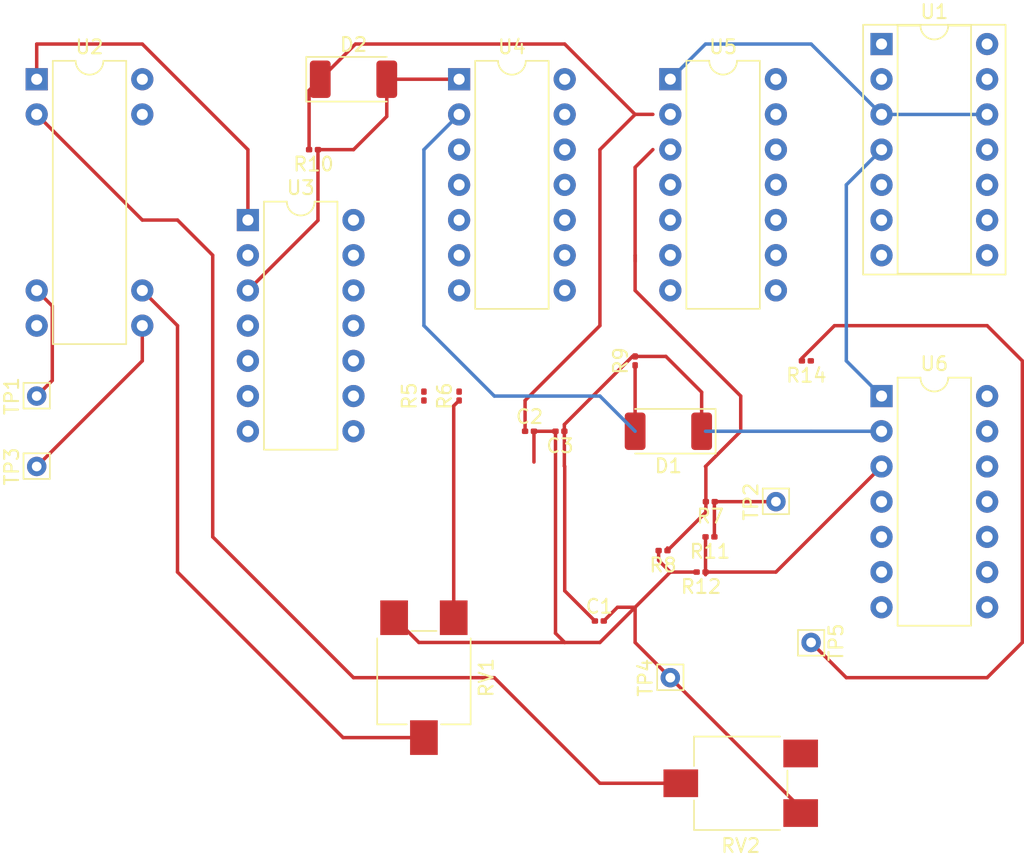
<source format=kicad_pcb>
(kicad_pcb (version 20221018) (generator pcbnew)
  (layers (0 "F.Cu" signal) (31 "B.Cu" signal) (34 "B.Paste" user) (35 "F.Paste" user) (36 "B.SilkS" user "B.Silkscreen") (37 "F.SilkS" user "F.Silkscreen") (38 "B.Mask" user) (39 "F.Mask" user) (44 "Edge.Cuts" user))
  (net 0 "")
  (net 1 "Net-(R5-Pad2)")
  (net 2 "Net-(R11-Pad1)")
  (net 3 "Net-(R6-Pad2)")
  (net 4 "Net-(U2A--)")
  (net 5 "Net-(C1-Pad2)")
  (net 6 "Net-(R14-Pad1)")
  (net 7 "Net-(U2B--)")
  (net 8 "Net-(R14-Pad2)")
  (net 9 "VCC")
  (net 10 "Net-(U5A-+)")
  (net 11 "Net-(D1-A)")
  (net 12 "Net-(D1-K)")
  (net 13 "Net-(D2-A)")
  (net 14 "Net-(D2-K)")
  (net 15 "Net-(U6A-+)")
  (net 16 "Net-(U2A-+)")
  (net 17 "Net-(U2B-+)")
  (net 20 "Net-(U1-CLR-Pad3)")
  (net 21 "Net-(U1-J-Pad4)")
  (footprint "Connector_Pin:Pin_D0.7mm_L6.5mm_W1.8mm_FlatFork" (layer "F.Cu") (at 60.96 60.96 -90)
    (fp_text reference "TP4" (at 0 1.8 -90) (layer "F.SilkS"))
    (fp_text value "TestPoint")
    (fp_line (start -0.95 -0.95) (end -0.95 0.95) (stroke (width 0.12)) (layer "F.SilkS"))
    (fp_line (start -0.95 0.95) (end 0.9 0.95) (stroke (width 0.12)) (layer "F.SilkS"))
    (fp_line (start 0.9 -0.95) (end -0.95 -0.95) (stroke (width 0.12)) (layer "F.SilkS"))
    (fp_line (start 0.9 -0.9) (end 0.9 -0.95) (stroke (width 0.12)) (layer "F.SilkS"))
    (fp_line (start 0.9 0.95) (end 0.9 -0.9) (stroke (width 0.12)) (layer "F.SilkS"))
    (pad "1" thru_hole circle (at 0 0 270) (size 1.4 1.4) (drill 0.7) (layers "*.Cu" "*.Mask") (net 5 "Net-(C1-Pad2)"))
  )
  (footprint "Package_DIP:DIP-14_W7.62mm_Socket" (layer "F.Cu") (at 76.2 15.24)
    (fp_text reference "U1" (at 3.81 -2.33) (layer "F.SilkS"))
    (fp_text value "sn7476n")
    (fp_line (start -1.33 -1.39) (end -1.33 16.63) (stroke (width 0.12)) (layer "F.SilkS"))
    (fp_line (start -1.33 16.63) (end 8.95 16.63) (stroke (width 0.12)) (layer "F.SilkS"))
    (fp_line (start 1.16 -1.33) (end 1.16 16.57) (stroke (width 0.12)) (layer "F.SilkS"))
    (fp_line (start 1.16 16.57) (end 6.46 16.57) (stroke (width 0.12)) (layer "F.SilkS"))
    (fp_line (start 2.81 -1.33) (end 1.16 -1.33) (stroke (width 0.12)) (layer "F.SilkS"))
    (fp_line (start 6.46 -1.33) (end 4.81 -1.33) (stroke (width 0.12)) (layer "F.SilkS"))
    (fp_line (start 6.46 16.57) (end 6.46 -1.33) (stroke (width 0.12)) (layer "F.SilkS"))
    (fp_line (start 8.95 -1.39) (end -1.33 -1.39) (stroke (width 0.12)) (layer "F.SilkS"))
    (fp_line (start 8.95 16.63) (end 8.95 -1.39) (stroke (width 0.12)) (layer "F.SilkS"))
    (fp_arc (start 4.81 -1.33) (mid 3.81 -0.33) (end 2.81 -1.33) (stroke (width 0.12)) (layer "F.SilkS"))
    (pad "1" thru_hole rect (at 0 0) (size 1.6 1.6) (drill 0.8) (layers "*.Cu" "*.Mask"))
    (pad "2" thru_hole oval (at 0 2.54) (size 1.6 1.6) (drill 0.8) (layers "*.Cu" "*.Mask"))
    (pad "3" thru_hole oval (at 0 5.08) (size 1.6 1.6) (drill 0.8) (layers "*.Cu" "*.Mask") (net 20 "Net-(U1-CLR-Pad3)"))
    (pad "4" thru_hole oval (at 0 7.62) (size 1.6 1.6) (drill 0.8) (layers "*.Cu" "*.Mask") (net 21 "Net-(U1-J-Pad4)"))
    (pad "5" thru_hole oval (at 0 10.16) (size 1.6 1.6) (drill 0.8) (layers "*.Cu" "*.Mask") (net 9 "VCC"))
    (pad "6" thru_hole oval (at 0 12.7) (size 1.6 1.6) (drill 0.8) (layers "*.Cu" "*.Mask"))
    (pad "7" thru_hole oval (at 0 15.24) (size 1.6 1.6) (drill 0.8) (layers "*.Cu" "*.Mask"))
    (pad "8" thru_hole oval (at 7.62 15.24) (size 1.6 1.6) (drill 0.8) (layers "*.Cu" "*.Mask"))
    (pad "9" thru_hole oval (at 7.62 12.7) (size 1.6 1.6) (drill 0.8) (layers "*.Cu" "*.Mask"))
    (pad "10" thru_hole oval (at 7.62 10.16) (size 1.6 1.6) (drill 0.8) (layers "*.Cu" "*.Mask"))
    (pad "11" thru_hole oval (at 7.62 7.62) (size 1.6 1.6) (drill 0.8) (layers "*.Cu" "*.Mask"))
    (pad "12" thru_hole oval (at 7.62 5.08) (size 1.6 1.6) (drill 0.8) (layers "*.Cu" "*.Mask") (net 20 "Net-(U1-CLR-Pad3)"))
    (pad "13" thru_hole oval (at 7.62 2.54) (size 1.6 1.6) (drill 0.8) (layers "*.Cu" "*.Mask"))
    (pad "14" thru_hole oval (at 7.62 0) (size 1.6 1.6) (drill 0.8) (layers "*.Cu" "*.Mask"))
  )
  (footprint "Capacitor_SMD:C_0201_0603Metric" (layer "F.Cu") (at 50.8 43.18)
    (fp_text reference "C2" (at 0 -1.05) (layer "F.SilkS"))
    (fp_text value "470uF")
    (pad "1" smd roundrect (at -0.32 0) (size 0.46 0.4) (layers "F.Cu" "F.Mask") (net 14 "Net-(D2-K)"))
    (pad "2" smd roundrect (at 0.32 0) (size 0.46 0.4) (layers "F.Cu" "F.Mask") (net 5 "Net-(C1-Pad2)"))
  )
  (footprint "Potentiometer_SMD:Potentiometer_ACP_CA6-VSMD_Vertical" (layer "F.Cu") (at 43.18 60.96 -90)
    (fp_text reference "RV1" (at 0 -4.5 90) (layer "F.SilkS"))
    (fp_text value "10k")
    (fp_line (start -3.37 -0.909) (end -3.37 0.91) (stroke (width 0.12)) (layer "F.SilkS"))
    (fp_line (start -2.834 -3.371) (end 3.37 -3.371) (stroke (width 0.12)) (layer "F.SilkS"))
    (fp_line (start -2.834 3.37) (end 3.37 3.37) (stroke (width 0.12)) (layer "F.SilkS"))
    (fp_line (start 3.37 -3.371) (end 3.37 -1.24) (stroke (width 0.12)) (layer "F.SilkS"))
    (fp_line (start 3.37 1.24) (end 3.37 3.37) (stroke (width 0.12)) (layer "F.SilkS"))
    (pad "1" smd rect (at -4.325 2.15 270) (size 2.5 2) (layers "F.Cu" "F.Paste" "F.Mask") (net 5 "Net-(C1-Pad2)"))
    (pad "2" smd rect (at 4.325 0 270) (size 2.5 2) (layers "F.Cu" "F.Paste" "F.Mask") (net 7 "Net-(U2B--)"))
    (pad "3" smd rect (at -4.325 -2.15 270) (size 2.5 2) (layers "F.Cu" "F.Paste" "F.Mask") (net 2 "Net-(R11-Pad1)"))
  )
  (footprint "Resistor_SMD:R_0201_0603Metric" (layer "F.Cu") (at 70.775 38.1 180)
    (fp_text reference "R14" (at 0 -1.05) (layer "F.SilkS"))
    (fp_text value "R")
    (pad "1" smd roundrect (at -0.32 0 180) (size 0.46 0.4) (layers "F.Cu" "F.Mask") (net 6 "Net-(R14-Pad1)"))
    (pad "2" smd roundrect (at 0.32 0 180) (size 0.46 0.4) (layers "F.Cu" "F.Mask") (net 8 "Net-(R14-Pad2)"))
  )
  (footprint "Package_DIP:DIP-14_W7.62mm" (layer "F.Cu") (at 30.48 27.94)
    (fp_text reference "U3" (at 3.81 -2.33) (layer "F.SilkS"))
    (fp_text value "4081")
    (fp_line (start 1.16 -1.33) (end 1.16 16.57) (stroke (width 0.12)) (layer "F.SilkS"))
    (fp_line (start 1.16 16.57) (end 6.46 16.57) (stroke (width 0.12)) (layer "F.SilkS"))
    (fp_line (start 2.81 -1.33) (end 1.16 -1.33) (stroke (width 0.12)) (layer "F.SilkS"))
    (fp_line (start 6.46 -1.33) (end 4.81 -1.33) (stroke (width 0.12)) (layer "F.SilkS"))
    (fp_line (start 6.46 16.57) (end 6.46 -1.33) (stroke (width 0.12)) (layer "F.SilkS"))
    (fp_arc (start 4.81 -1.33) (mid 3.81 -0.33) (end 2.81 -1.33) (stroke (width 0.12)) (layer "F.SilkS"))
    (pad "1" thru_hole rect (at 0 0) (size 1.6 1.6) (drill 0.8) (layers "*.Cu" "*.Mask") (net 1 "Net-(R5-Pad2)"))
    (pad "2" thru_hole oval (at 0 2.54) (size 1.6 1.6) (drill 0.8) (layers "*.Cu" "*.Mask") (net 3 "Net-(R6-Pad2)"))
    (pad "3" thru_hole oval (at 0 5.08) (size 1.6 1.6) (drill 0.8) (layers "*.Cu" "*.Mask") (net 13 "Net-(D2-A)"))
    (pad "4" thru_hole oval (at 0 7.62) (size 1.6 1.6) (drill 0.8) (layers "*.Cu" "*.Mask"))
    (pad "5" thru_hole oval (at 0 10.16) (size 1.6 1.6) (drill 0.8) (layers "*.Cu" "*.Mask"))
    (pad "6" thru_hole oval (at 0 12.7) (size 1.6 1.6) (drill 0.8) (layers "*.Cu" "*.Mask"))
    (pad "7" thru_hole oval (at 0 15.24) (size 1.6 1.6) (drill 0.8) (layers "*.Cu" "*.Mask"))
    (pad "8" thru_hole oval (at 7.62 15.24) (size 1.6 1.6) (drill 0.8) (layers "*.Cu" "*.Mask"))
    (pad "9" thru_hole oval (at 7.62 12.7) (size 1.6 1.6) (drill 0.8) (layers "*.Cu" "*.Mask"))
    (pad "10" thru_hole oval (at 7.62 10.16) (size 1.6 1.6) (drill 0.8) (layers "*.Cu" "*.Mask"))
    (pad "11" thru_hole oval (at 7.62 7.62) (size 1.6 1.6) (drill 0.8) (layers "*.Cu" "*.Mask"))
    (pad "12" thru_hole oval (at 7.62 5.08) (size 1.6 1.6) (drill 0.8) (layers "*.Cu" "*.Mask"))
    (pad "13" thru_hole oval (at 7.62 2.54) (size 1.6 1.6) (drill 0.8) (layers "*.Cu" "*.Mask"))
    (pad "14" thru_hole oval (at 7.62 0) (size 1.6 1.6) (drill 0.8) (layers "*.Cu" "*.Mask"))
  )
  (footprint "Resistor_SMD:R_0201_0603Metric" (layer "F.Cu") (at 63.18 53.34 180)
    (fp_text reference "R12" (at 0 -1.05) (layer "F.SilkS"))
    (fp_text value "1k")
    (pad "1" smd roundrect (at -0.32 0 180) (size 0.46 0.4) (layers "F.Cu" "F.Mask") (net 15 "Net-(U6A-+)"))
    (pad "2" smd roundrect (at 0.32 0 180) (size 0.46 0.4) (layers "F.Cu" "F.Mask") (net 5 "Net-(C1-Pad2)"))
  )
  (footprint "Package_DIP:DIP-14_W7.62mm" (layer "F.Cu") (at 45.72 17.78)
    (fp_text reference "U4" (at 3.81 -2.33) (layer "F.SilkS"))
    (fp_text value "74HC04")
    (fp_line (start 1.16 -1.33) (end 1.16 16.57) (stroke (width 0.12)) (layer "F.SilkS"))
    (fp_line (start 1.16 16.57) (end 6.46 16.57) (stroke (width 0.12)) (layer "F.SilkS"))
    (fp_line (start 2.81 -1.33) (end 1.16 -1.33) (stroke (width 0.12)) (layer "F.SilkS"))
    (fp_line (start 6.46 -1.33) (end 4.81 -1.33) (stroke (width 0.12)) (layer "F.SilkS"))
    (fp_line (start 6.46 16.57) (end 6.46 -1.33) (stroke (width 0.12)) (layer "F.SilkS"))
    (fp_arc (start 4.81 -1.33) (mid 3.81 -0.33) (end 2.81 -1.33) (stroke (width 0.12)) (layer "F.SilkS"))
    (pad "1" thru_hole rect (at 0 0) (size 1.6 1.6) (drill 0.8) (layers "*.Cu" "*.Mask") (net 13 "Net-(D2-A)"))
    (pad "2" thru_hole oval (at 0 2.54) (size 1.6 1.6) (drill 0.8) (layers "*.Cu" "*.Mask") (net 11 "Net-(D1-A)"))
    (pad "3" thru_hole oval (at 0 5.08) (size 1.6 1.6) (drill 0.8) (layers "*.Cu" "*.Mask"))
    (pad "4" thru_hole oval (at 0 7.62) (size 1.6 1.6) (drill 0.8) (layers "*.Cu" "*.Mask"))
    (pad "5" thru_hole oval (at 0 10.16) (size 1.6 1.6) (drill 0.8) (layers "*.Cu" "*.Mask"))
    (pad "6" thru_hole oval (at 0 12.7) (size 1.6 1.6) (drill 0.8) (layers "*.Cu" "*.Mask"))
    (pad "7" thru_hole oval (at 0 15.24) (size 1.6 1.6) (drill 0.8) (layers "*.Cu" "*.Mask"))
    (pad "8" thru_hole oval (at 7.62 15.24) (size 1.6 1.6) (drill 0.8) (layers "*.Cu" "*.Mask"))
    (pad "9" thru_hole oval (at 7.62 12.7) (size 1.6 1.6) (drill 0.8) (layers "*.Cu" "*.Mask"))
    (pad "10" thru_hole oval (at 7.62 10.16) (size 1.6 1.6) (drill 0.8) (layers "*.Cu" "*.Mask"))
    (pad "11" thru_hole oval (at 7.62 7.62) (size 1.6 1.6) (drill 0.8) (layers "*.Cu" "*.Mask"))
    (pad "12" thru_hole oval (at 7.62 5.08) (size 1.6 1.6) (drill 0.8) (layers "*.Cu" "*.Mask"))
    (pad "13" thru_hole oval (at 7.62 2.54) (size 1.6 1.6) (drill 0.8) (layers "*.Cu" "*.Mask"))
    (pad "14" thru_hole oval (at 7.62 0) (size 1.6 1.6) (drill 0.8) (layers "*.Cu" "*.Mask"))
  )
  (footprint "Package_DIP:DIP-8-16_W7.62mm" (layer "F.Cu") (at 15.24 17.78)
    (fp_text reference "U2" (at 3.81 -2.33) (layer "F.SilkS"))
    (fp_text value "LM393")
    (fp_line (start 1.16 -1.33) (end 1.16 19.11) (stroke (width 0.12)) (layer "F.SilkS"))
    (fp_line (start 1.16 19.11) (end 6.46 19.11) (stroke (width 0.12)) (layer "F.SilkS"))
    (fp_line (start 2.81 -1.33) (end 1.16 -1.33) (stroke (width 0.12)) (layer "F.SilkS"))
    (fp_line (start 6.46 -1.33) (end 4.81 -1.33) (stroke (width 0.12)) (layer "F.SilkS"))
    (fp_line (start 6.46 19.11) (end 6.46 -1.33) (stroke (width 0.12)) (layer "F.SilkS"))
    (fp_arc (start 4.81 -1.33) (mid 3.81 -0.33) (end 2.81 -1.33) (stroke (width 0.12)) (layer "F.SilkS"))
    (pad "1" thru_hole rect (at 0 0) (size 1.6 1.6) (drill 0.8) (layers "*.Cu" "*.Mask") (net 1 "Net-(R5-Pad2)"))
    (pad "2" thru_hole circle (at 0 2.54) (size 1.6 1.6) (drill 0.8) (layers "*.Cu" "*.Mask") (net 4 "Net-(U2A--)"))
    (pad "3" thru_hole circle (at 0 15.24) (size 1.6 1.6) (drill 0.8) (layers "*.Cu" "*.Mask") (net 16 "Net-(U2A-+)"))
    (pad "4" thru_hole circle (at 0 17.78) (size 1.6 1.6) (drill 0.8) (layers "*.Cu" "*.Mask"))
    (pad "5" thru_hole circle (at 7.62 17.78) (size 1.6 1.6) (drill 0.8) (layers "*.Cu" "*.Mask") (net 17 "Net-(U2B-+)"))
    (pad "6" thru_hole circle (at 7.62 15.24) (size 1.6 1.6) (drill 0.8) (layers "*.Cu" "*.Mask") (net 7 "Net-(U2B--)"))
    (pad "7" thru_hole circle (at 7.62 2.54) (size 1.6 1.6) (drill 0.8) (layers "*.Cu" "*.Mask") (net 3 "Net-(R6-Pad2)"))
    (pad "8" thru_hole circle (at 7.62 0) (size 1.6 1.6) (drill 0.8) (layers "*.Cu" "*.Mask"))
  )
  (footprint "Package_DIP:DIP-14_W7.62mm" (layer "F.Cu") (at 76.2 40.64)
    (fp_text reference "U6" (at 3.81 -2.33) (layer "F.SilkS"))
    (fp_text value "LM324")
    (fp_line (start 1.16 -1.33) (end 1.16 16.57) (stroke (width 0.12)) (layer "F.SilkS"))
    (fp_line (start 1.16 16.57) (end 6.46 16.57) (stroke (width 0.12)) (layer "F.SilkS"))
    (fp_line (start 2.81 -1.33) (end 1.16 -1.33) (stroke (width 0.12)) (layer "F.SilkS"))
    (fp_line (start 6.46 -1.33) (end 4.81 -1.33) (stroke (width 0.12)) (layer "F.SilkS"))
    (fp_line (start 6.46 16.57) (end 6.46 -1.33) (stroke (width 0.12)) (layer "F.SilkS"))
    (fp_arc (start 4.81 -1.33) (mid 3.81 -0.33) (end 2.81 -1.33) (stroke (width 0.12)) (layer "F.SilkS"))
    (pad "1" thru_hole rect (at 0 0) (size 1.6 1.6) (drill 0.8) (layers "*.Cu" "*.Mask") (net 21 "Net-(U1-J-Pad4)"))
    (pad "2" thru_hole oval (at 0 2.54) (size 1.6 1.6) (drill 0.8) (layers "*.Cu" "*.Mask") (net 12 "Net-(D1-K)"))
    (pad "3" thru_hole oval (at 0 5.08) (size 1.6 1.6) (drill 0.8) (layers "*.Cu" "*.Mask") (net 15 "Net-(U6A-+)"))
    (pad "4" thru_hole oval (at 0 7.62) (size 1.6 1.6) (drill 0.8) (layers "*.Cu" "*.Mask"))
    (pad "5" thru_hole oval (at 0 10.16) (size 1.6 1.6) (drill 0.8) (layers "*.Cu" "*.Mask"))
    (pad "6" thru_hole oval (at 0 12.7) (size 1.6 1.6) (drill 0.8) (layers "*.Cu" "*.Mask"))
    (pad "7" thru_hole oval (at 0 15.24) (size 1.6 1.6) (drill 0.8) (layers "*.Cu" "*.Mask"))
    (pad "8" thru_hole oval (at 7.62 15.24) (size 1.6 1.6) (drill 0.8) (layers "*.Cu" "*.Mask"))
    (pad "9" thru_hole oval (at 7.62 12.7) (size 1.6 1.6) (drill 0.8) (layers "*.Cu" "*.Mask"))
    (pad "10" thru_hole oval (at 7.62 10.16) (size 1.6 1.6) (drill 0.8) (layers "*.Cu" "*.Mask"))
    (pad "11" thru_hole oval (at 7.62 7.62) (size 1.6 1.6) (drill 0.8) (layers "*.Cu" "*.Mask"))
    (pad "12" thru_hole oval (at 7.62 5.08) (size 1.6 1.6) (drill 0.8) (layers "*.Cu" "*.Mask"))
    (pad "13" thru_hole oval (at 7.62 2.54) (size 1.6 1.6) (drill 0.8) (layers "*.Cu" "*.Mask"))
    (pad "14" thru_hole oval (at 7.62 0) (size 1.6 1.6) (drill 0.8) (layers "*.Cu" "*.Mask"))
  )
  (footprint "Resistor_SMD:R_0201_0603Metric" (layer "F.Cu") (at 35.215 22.86 180)
    (fp_text reference "R10" (at 0 -1.05) (layer "F.SilkS"))
    (fp_text value "20k")
    (pad "1" smd roundrect (at -0.32 0 180) (size 0.46 0.4) (layers "F.Cu" "F.Mask") (net 13 "Net-(D2-A)"))
    (pad "2" smd roundrect (at 0.32 0 180) (size 0.46 0.4) (layers "F.Cu" "F.Mask") (net 14 "Net-(D2-K)"))
  )
  (footprint "Diode_SMD:D_MELF" (layer "F.Cu") (at 38.1 17.78)
    (fp_text reference "D2" (at 0 -2.5) (layer "F.SilkS"))
    (fp_text value "DIODE")
    (fp_line (start -3.41 -1.61) (end -3.41 1.61) (stroke (width 0.12)) (layer "F.SilkS"))
    (fp_line (start -3.41 1.61) (end 2.4 1.61) (stroke (width 0.12)) (layer "F.SilkS"))
    (fp_line (start 2.4 -1.61) (end -3.41 -1.61) (stroke (width 0.12)) (layer "F.SilkS"))
    (pad "1" smd roundrect (at -2.4 0) (size 1.5 2.7) (layers "F.Cu" "F.Paste" "F.Mask") (roundrect_rratio 0.1666666667) (net 14 "Net-(D2-K)"))
    (pad "2" smd roundrect (at 2.4 0) (size 1.5 2.7) (layers "F.Cu" "F.Paste" "F.Mask") (roundrect_rratio 0.1666666667) (net 13 "Net-(D2-A)"))
  )
  (footprint "Capacitor_SMD:C_0201_0603Metric" (layer "F.Cu") (at 55.838088 56.87)
    (fp_text reference "C1" (at 0 -1.05) (layer "F.SilkS"))
    (fp_text value "47uF")
    (pad "1" smd roundrect (at -0.32 0) (size 0.46 0.4) (layers "F.Cu" "F.Mask") (net 12 "Net-(D1-K)"))
    (pad "2" smd roundrect (at 0.32 0) (size 0.46 0.4) (layers "F.Cu" "F.Mask") (net 5 "Net-(C1-Pad2)"))
  )
  (footprint "Connector_Pin:Pin_D0.7mm_L6.5mm_W1.8mm_FlatFork" (layer "F.Cu") (at 15.24 40.64 -90)
    (fp_text reference "TP1" (at 0 1.8 -90) (layer "F.SilkS"))
    (fp_text value "TestPoint")
    (fp_line (start -0.95 -0.95) (end -0.95 0.95) (stroke (width 0.12)) (layer "F.SilkS"))
    (fp_line (start -0.95 0.95) (end 0.9 0.95) (stroke (width 0.12)) (layer "F.SilkS"))
    (fp_line (start 0.9 -0.95) (end -0.95 -0.95) (stroke (width 0.12)) (layer "F.SilkS"))
    (fp_line (start 0.9 -0.9) (end 0.9 -0.95) (stroke (width 0.12)) (layer "F.SilkS"))
    (fp_line (start 0.9 0.95) (end 0.9 -0.9) (stroke (width 0.12)) (layer "F.SilkS"))
    (pad "1" thru_hole circle (at 0 0 270) (size 1.4 1.4) (drill 0.7) (layers "*.Cu" "*.Mask") (net 16 "Net-(U2A-+)"))
  )
  (footprint "Resistor_SMD:R_0201_0603Metric" (layer "F.Cu") (at 43.18 40.64 90)
    (fp_text reference "R5" (at 0 -1.05 90) (layer "F.SilkS"))
    (fp_text value "10k")
    (pad "1" smd roundrect (at -0.32 0 90) (size 0.46 0.4) (layers "F.Cu" "F.Mask") (net 9 "VCC"))
    (pad "2" smd roundrect (at 0.32 0 90) (size 0.46 0.4) (layers "F.Cu" "F.Mask") (net 1 "Net-(R5-Pad2)"))
  )
  (footprint "Capacitor_SMD:C_0201_0603Metric" (layer "F.Cu") (at 52.995 43.18 180)
    (fp_text reference "C3" (at 0 -1.05) (layer "F.SilkS"))
    (fp_text value "47uF")
    (pad "1" smd roundrect (at -0.32 0 180) (size 0.46 0.4) (layers "F.Cu" "F.Mask") (net 12 "Net-(D1-K)"))
    (pad "2" smd roundrect (at 0.32 0 180) (size 0.46 0.4) (layers "F.Cu" "F.Mask") (net 5 "Net-(C1-Pad2)"))
  )
  (footprint "Diode_SMD:D_MELF" (layer "F.Cu") (at 60.82 43.18 180)
    (fp_text reference "D1" (at 0 -2.5) (layer "F.SilkS"))
    (fp_text value "DIODE")
    (fp_line (start -3.41 -1.61) (end -3.41 1.61) (stroke (width 0.12)) (layer "F.SilkS"))
    (fp_line (start -3.41 1.61) (end 2.4 1.61) (stroke (width 0.12)) (layer "F.SilkS"))
    (fp_line (start 2.4 -1.61) (end -3.41 -1.61) (stroke (width 0.12)) (layer "F.SilkS"))
    (pad "1" smd roundrect (at -2.4 0 180) (size 1.5 2.7) (layers "F.Cu" "F.Paste" "F.Mask") (roundrect_rratio 0.1666666667) (net 12 "Net-(D1-K)"))
    (pad "2" smd roundrect (at 2.4 0 180) (size 1.5 2.7) (layers "F.Cu" "F.Paste" "F.Mask") (roundrect_rratio 0.1666666667) (net 11 "Net-(D1-A)"))
  )
  (footprint "Potentiometer_SMD:Potentiometer_ACP_CA6-VSMD_Vertical" (layer "F.Cu") (at 66.04 68.58 180)
    (fp_text reference "RV2" (at 0 -4.5) (layer "F.SilkS"))
    (fp_text value "10k")
    (fp_line (start -3.37 -0.909) (end -3.37 0.91) (stroke (width 0.12)) (layer "F.SilkS"))
    (fp_line (start -2.834 -3.371) (end 3.37 -3.371) (stroke (width 0.12)) (layer "F.SilkS"))
    (fp_line (start -2.834 3.37) (end 3.37 3.37) (stroke (width 0.12)) (layer "F.SilkS"))
    (fp_line (start 3.37 -3.371) (end 3.37 -1.24) (stroke (width 0.12)) (layer "F.SilkS"))
    (fp_line (start 3.37 1.24) (end 3.37 3.37) (stroke (width 0.12)) (layer "F.SilkS"))
    (pad "1" smd rect (at -4.325 2.15 180) (size 2.5 2) (layers "F.Cu" "F.Paste" "F.Mask") (net 9 "VCC"))
    (pad "2" smd rect (at 4.325 0 180) (size 2.5 2) (layers "F.Cu" "F.Paste" "F.Mask") (net 4 "Net-(U2A--)"))
    (pad "3" smd rect (at -4.325 -2.15 180) (size 2.5 2) (layers "F.Cu" "F.Paste" "F.Mask") (net 5 "Net-(C1-Pad2)"))
  )
  (footprint "Resistor_SMD:R_0201_0603Metric" (layer "F.Cu") (at 63.82 50.8 180)
    (fp_text reference "R11" (at 0 -1.05) (layer "F.SilkS"))
    (fp_text value "1k")
    (pad "1" smd roundrect (at -0.32 0 180) (size 0.46 0.4) (layers "F.Cu" "F.Mask") (net 2 "Net-(R11-Pad1)"))
    (pad "2" smd roundrect (at 0.32 0 180) (size 0.46 0.4) (layers "F.Cu" "F.Mask") (net 15 "Net-(U6A-+)"))
  )
  (footprint "Connector_Pin:Pin_D0.7mm_L6.5mm_W1.8mm_FlatFork" (layer "F.Cu") (at 68.58 48.26 -90)
    (fp_text reference "TP2" (at 0 1.8 -90) (layer "F.SilkS"))
    (fp_text value "TestPoint")
    (fp_line (start -0.95 -0.95) (end -0.95 0.95) (stroke (width 0.12)) (layer "F.SilkS"))
    (fp_line (start -0.95 0.95) (end 0.9 0.95) (stroke (width 0.12)) (layer "F.SilkS"))
    (fp_line (start 0.9 -0.95) (end -0.95 -0.95) (stroke (width 0.12)) (layer "F.SilkS"))
    (fp_line (start 0.9 -0.9) (end 0.9 -0.95) (stroke (width 0.12)) (layer "F.SilkS"))
    (fp_line (start 0.9 0.95) (end 0.9 -0.9) (stroke (width 0.12)) (layer "F.SilkS"))
    (pad "1" thru_hole circle (at 0 0 270) (size 1.4 1.4) (drill 0.7) (layers "*.Cu" "*.Mask") (net 2 "Net-(R11-Pad1)"))
  )
  (footprint "Resistor_SMD:R_0201_0603Metric" (layer "F.Cu") (at 58.42 38.1 90)
    (fp_text reference "R9" (at 0 -1.05 90) (layer "F.SilkS"))
    (fp_text value "10k")
    (pad "1" smd roundrect (at -0.32 0 90) (size 0.46 0.4) (layers "F.Cu" "F.Mask") (net 11 "Net-(D1-A)"))
    (pad "2" smd roundrect (at 0.32 0 90) (size 0.46 0.4) (layers "F.Cu" "F.Mask") (net 12 "Net-(D1-K)"))
  )
  (footprint "Connector_Pin:Pin_D0.7mm_L6.5mm_W1.8mm_FlatFork" (layer "F.Cu") (at 15.24 45.72 -90)
    (fp_text reference "TP3" (at 0 1.8 -90) (layer "F.SilkS"))
    (fp_text value "TestPoint")
    (fp_line (start -0.95 -0.95) (end -0.95 0.95) (stroke (width 0.12)) (layer "F.SilkS"))
    (fp_line (start -0.95 0.95) (end 0.9 0.95) (stroke (width 0.12)) (layer "F.SilkS"))
    (fp_line (start 0.9 -0.95) (end -0.95 -0.95) (stroke (width 0.12)) (layer "F.SilkS"))
    (fp_line (start 0.9 -0.9) (end 0.9 -0.95) (stroke (width 0.12)) (layer "F.SilkS"))
    (fp_line (start 0.9 0.95) (end 0.9 -0.9) (stroke (width 0.12)) (layer "F.SilkS"))
    (pad "1" thru_hole circle (at 0 0 270) (size 1.4 1.4) (drill 0.7) (layers "*.Cu" "*.Mask") (net 17 "Net-(U2B-+)"))
  )
  (footprint "Connector_Pin:Pin_D0.7mm_L6.5mm_W1.8mm_FlatFork" (layer "F.Cu") (at 71.12 58.42 90)
    (fp_text reference "TP5" (at 0 1.8 90) (layer "F.SilkS"))
    (fp_text value "TestPoint")
    (fp_line (start -0.95 -0.95) (end -0.95 0.95) (stroke (width 0.12)) (layer "F.SilkS"))
    (fp_line (start -0.95 0.95) (end 0.9 0.95) (stroke (width 0.12)) (layer "F.SilkS"))
    (fp_line (start 0.9 -0.95) (end -0.95 -0.95) (stroke (width 0.12)) (layer "F.SilkS"))
    (fp_line (start 0.9 -0.9) (end 0.9 -0.95) (stroke (width 0.12)) (layer "F.SilkS"))
    (fp_line (start 0.9 0.95) (end 0.9 -0.9) (stroke (width 0.12)) (layer "F.SilkS"))
    (pad "1" thru_hole circle (at 0 0 90) (size 1.4 1.4) (drill 0.7) (layers "*.Cu" "*.Mask") (net 8 "Net-(R14-Pad2)"))
  )
  (footprint "Resistor_SMD:R_0201_0603Metric" (layer "F.Cu") (at 45.72 40.64 90)
    (fp_text reference "R6" (at 0 -1.05 90) (layer "F.SilkS"))
    (fp_text value "10k" hide)
    (pad "1" smd roundrect (at -0.32 0 90) (size 0.46 0.4) (layers "F.Cu" "F.Mask") (net 2 "Net-(R11-Pad1)"))
    (pad "2" smd roundrect (at 0.32 0 90) (size 0.46 0.4) (layers "F.Cu" "F.Mask") (net 3 "Net-(R6-Pad2)"))
  )
  (footprint "Package_DIP:DIP-14_W7.62mm" (layer "F.Cu") (at 60.96 17.775)
    (fp_text reference "U5" (at 3.81 -2.33) (layer "F.SilkS"))
    (fp_text value "LM324")
    (fp_line (start 1.16 -1.33) (end 1.16 16.57) (stroke (width 0.12)) (layer "F.SilkS"))
    (fp_line (start 1.16 16.57) (end 6.46 16.57) (stroke (width 0.12)) (layer "F.SilkS"))
    (fp_line (start 2.81 -1.33) (end 1.16 -1.33) (stroke (width 0.12)) (layer "F.SilkS"))
    (fp_line (start 6.46 -1.33) (end 4.81 -1.33) (stroke (width 0.12)) (layer "F.SilkS"))
    (fp_line (start 6.46 16.57) (end 6.46 -1.33) (stroke (width 0.12)) (layer "F.SilkS"))
    (fp_arc (start 4.81 -1.33) (mid 3.81 -0.33) (end 2.81 -1.33) (stroke (width 0.12)) (layer "F.SilkS"))
    (pad "1" thru_hole rect (at 0 0) (size 1.6 1.6) (drill 0.8) (layers "*.Cu" "*.Mask") (net 20 "Net-(U1-CLR-Pad3)"))
    (pad "2" thru_hole oval (at 0 2.54) (size 1.6 1.6) (drill 0.8) (layers "*.Cu" "*.Mask") (net 14 "Net-(D2-K)"))
    (pad "3" thru_hole oval (at 0 5.08) (size 1.6 1.6) (drill 0.8) (layers "*.Cu" "*.Mask") (net 10 "Net-(U5A-+)"))
    (pad "4" thru_hole oval (at 0 7.62) (size 1.6 1.6) (drill 0.8) (layers "*.Cu" "*.Mask"))
    (pad "5" thru_hole oval (at 0 10.16) (size 1.6 1.6) (drill 0.8) (layers "*.Cu" "*.Mask"))
    (pad "6" thru_hole oval (at 0 12.7) (size 1.6 1.6) (drill 0.8) (layers "*.Cu" "*.Mask"))
    (pad "7" thru_hole oval (at 0 15.24) (size 1.6 1.6) (drill 0.8) (layers "*.Cu" "*.Mask"))
    (pad "8" thru_hole oval (at 7.62 15.24) (size 1.6 1.6) (drill 0.8) (layers "*.Cu" "*.Mask"))
    (pad "9" thru_hole oval (at 7.62 12.7) (size 1.6 1.6) (drill 0.8) (layers "*.Cu" "*.Mask"))
    (pad "10" thru_hole oval (at 7.62 10.16) (size 1.6 1.6) (drill 0.8) (layers "*.Cu" "*.Mask"))
    (pad "11" thru_hole oval (at 7.62 7.62) (size 1.6 1.6) (drill 0.8) (layers "*.Cu" "*.Mask"))
    (pad "12" thru_hole oval (at 7.62 5.08) (size 1.6 1.6) (drill 0.8) (layers "*.Cu" "*.Mask"))
    (pad "13" thru_hole oval (at 7.62 2.54) (size 1.6 1.6) (drill 0.8) (layers "*.Cu" "*.Mask"))
    (pad "14" thru_hole oval (at 7.62 0) (size 1.6 1.6) (drill 0.8) (layers "*.Cu" "*.Mask"))
  )
  (footprint "Resistor_SMD:R_0201_0603Metric" (layer "F.Cu") (at 60.435576 51.79 180)
    (fp_text reference "R8" (at 0 -1.05) (layer "F.SilkS"))
    (fp_text value "1k")
    (pad "1" smd roundrect (at -0.32 0 180) (size 0.46 0.4) (layers "F.Cu" "F.Mask") (net 10 "Net-(U5A-+)"))
    (pad "2" smd roundrect (at 0.32 0 180) (size 0.46 0.4) (layers "F.Cu" "F.Mask") (net 5 "Net-(C1-Pad2)"))
  )
  (footprint "Resistor_SMD:R_0201_0603Metric" (layer "F.Cu") (at 63.845 48.26 180)
    (fp_text reference "R7" (at 0 -1.05) (layer "F.SilkS"))
    (fp_text value "1k")
    (pad "1" smd roundrect (at -0.32 0 180) (size 0.46 0.4) (layers "F.Cu" "F.Mask") (net 2 "Net-(R11-Pad1)"))
    (pad "2" smd roundrect (at 0.32 0 180) (size 0.46 0.4) (layers "F.Cu" "F.Mask") (net 10 "Net-(U5A-+)"))
  )
  (segment (start 30.48 22.86) (end 30.48 27.94) (width 0.25) (layer "F.Cu") (net 1))
  (segment (start 15.24 15.24) (end 22.86 15.24) (width 0.25) (layer "F.Cu") (net 1))
  (segment (start 22.86 15.24) (end 30.48 22.86) (width 0.25) (layer "F.Cu") (net 1))
  (segment (start 15.24 17.78) (end 15.24 15.24) (width 0.25) (layer "F.Cu") (net 1))
  (segment (start 45.33 41.35) (end 45.33 56.635) (width 0.25) (layer "F.Cu") (net 2))
  (segment (start 45.72 40.96) (end 45.33 41.35) (width 0.25) (layer "F.Cu") (net 2))
  (segment (start 64.165 48.26) (end 64.14 48.285) (width 0.25) (layer "F.Cu") (net 2))
  (segment (start 64.14 48.285) (end 64.14 50.8) (width 0.25) (layer "F.Cu") (net 2))
  (segment (start 68.58 48.26) (end 64.165 48.26) (width 0.25) (layer "F.Cu") (net 2))
  (segment (start 27.94 50.8) (end 38.1 60.96) (width 0.25) (layer "F.Cu") (net 4))
  (segment (start 15.24 20.32) (end 22.86 27.94) (width 0.25) (layer "F.Cu") (net 4))
  (segment (start 27.94 30.48) (end 27.94 50.8) (width 0.25) (layer "F.Cu") (net 4))
  (segment (start 38.1 60.96) (end 48.26 60.96) (width 0.25) (layer "F.Cu") (net 4))
  (segment (start 55.88 68.58) (end 61.715 68.58) (width 0.25) (layer "F.Cu") (net 4))
  (segment (start 48.26 60.96) (end 55.88 68.58) (width 0.25) (layer "F.Cu") (net 4))
  (segment (start 22.86 27.94) (end 25.4 27.94) (width 0.25) (layer "F.Cu") (net 4))
  (segment (start 25.4 27.94) (end 27.94 30.48) (width 0.25) (layer "F.Cu") (net 4))
  (segment (start 60.115576 51.79) (end 60.115576 52.495576) (width 0.25) (layer "F.Cu") (net 5))
  (segment (start 58.42 55.88) (end 57.148088 55.88) (width 0.25) (layer "F.Cu") (net 5))
  (segment (start 51.12 43.18) (end 52.675 43.18) (width 0.25) (layer "F.Cu") (net 5))
  (segment (start 60.115576 52.495576) (end 60.96 53.34) (width 0.25) (layer "F.Cu") (net 5))
  (segment (start 55.88 58.42) (end 58.42 55.88) (width 0.25) (layer "F.Cu") (net 5))
  (segment (start 70.365 70.365) (end 70.365 70.73) (width 0.25) (layer "F.Cu") (net 5))
  (segment (start 42.815 58.42) (end 53.34 58.42) (width 0.25) (layer "F.Cu") (net 5))
  (segment (start 57.148088 55.88) (end 56.158088 56.87) (width 0.25) (layer "F.Cu") (net 5))
  (segment (start 41.03 56.635) (end 42.815 58.42) (width 0.25) (layer "F.Cu") (net 5))
  (segment (start 60.96 53.34) (end 58.42 55.88) (width 0.25) (layer "F.Cu") (net 5))
  (segment (start 52.675 57.755) (end 53.34 58.42) (width 0.25) (layer "F.Cu") (net 5))
  (segment (start 52.675 43.18) (end 52.675 57.755) (width 0.25) (layer "F.Cu") (net 5))
  (segment (start 60.96 53.34) (end 62.86 53.34) (width 0.25) (layer "F.Cu") (net 5))
  (segment (start 60.96 60.96) (end 70.365 70.365) (width 0.25) (layer "F.Cu") (net 5))
  (segment (start 51.12 43.18) (end 51.12 45.4) (width 0.25) (layer "F.Cu") (net 5))
  (segment (start 60.96 60.96) (end 58.42 58.42) (width 0.25) (layer "F.Cu") (net 5))
  (segment (start 58.42 58.42) (end 58.42 55.88) (width 0.25) (layer "F.Cu") (net 5))
  (segment (start 53.34 58.42) (end 55.88 58.42) (width 0.25) (layer "F.Cu") (net 5))
  (segment (start 25.4 35.56) (end 22.86 33.02) (width 0.25) (layer "F.Cu") (net 7))
  (segment (start 37.345 65.285) (end 25.4 53.34) (width 0.25) (layer "F.Cu") (net 7))
  (segment (start 43.18 65.285) (end 37.345 65.285) (width 0.25) (layer "F.Cu") (net 7))
  (segment (start 25.4 53.34) (end 25.4 35.56) (width 0.25) (layer "F.Cu") (net 7))
  (segment (start 70.455 37.908959) (end 72.803959 35.56) (width 0.25) (layer "F.Cu") (net 8))
  (segment (start 73.66 60.96) (end 83.82 60.96) (width 0.25) (layer "F.Cu") (net 8))
  (segment (start 86.36 38.1) (end 86.36 58.42) (width 0.25) (layer "F.Cu") (net 8))
  (segment (start 70.455 38.1) (end 70.455 37.908959) (width 0.25) (layer "F.Cu") (net 8))
  (segment (start 71.12 58.42) (end 73.66 60.96) (width 0.25) (layer "F.Cu") (net 8))
  (segment (start 83.82 35.56) (end 86.36 38.1) (width 0.25) (layer "F.Cu") (net 8))
  (segment (start 72.803959 35.56) (end 83.82 35.56) (width 0.25) (layer "F.Cu") (net 8))
  (segment (start 86.36 58.42) (end 83.82 60.96) (width 0.25) (layer "F.Cu") (net 8))
  (segment (start 58.42 30.48) (end 58.42 24.135) (width 0.25) (layer "F.Cu") (net 10))
  (segment (start 58.42 30.93) (end 58.42 30.48) (width 0.25) (layer "F.Cu") (net 10))
  (segment (start 63.525 48.26) (end 63.525 45.745) (width 0.25) (layer "F.Cu") (net 10))
  (segment (start 63.525 45.745) (end 63.5 45.72) (width 0.25) (layer "F.Cu") (net 10))
  (segment (start 63.5 45.72) (end 66.04 43.18) (width 0.25) (layer "F.Cu") (net 10))
  (segment (start 66.04 43.18) (end 66.04 40.64) (width 0.25) (layer "F.Cu") (net 10))
  (segment (start 63.525 48.26) (end 63.525 49.020576) (width 0.25) (layer "F.Cu") (net 10))
  (segment (start 66.04 40.64) (end 60.96 35.56) (width 0.25) (layer "F.Cu") (net 10))
  (segment (start 60.755576 51.598959) (end 60.755576 51.79) (width 0.25) (layer "F.Cu") (net 10))
  (segment (start 58.42 33.02) (end 60.96 35.56) (width 0.25) (layer "F.Cu") (net 10))
  (segment (start 58.42 24.135) (end 59.7 22.855) (width 0.25) (layer "F.Cu") (net 10))
  (segment (start 58.42 30.48) (end 58.42 33.02) (width 0.25) (layer "F.Cu") (net 10))
  (segment (start 63.525 49.020576) (end 60.755576 51.79) (width 0.25) (layer "F.Cu") (net 10))
  (segment (start 58.42 38.42) (end 58.42 43.18) (width 0.25) (layer "F.Cu") (net 11))
  (segment (start 58.445 43.155) (end 58.42 43.18) (width 0.25) (layer "F.Cu") (net 11))
  (segment (start 55.88 40.64) (end 58.42 43.18) (width 0.25) (layer "B.Cu") (net 11))
  (segment (start 48.26 40.64) (end 55.88 40.64) (width 0.25) (layer "B.Cu") (net 11))
  (segment (start 45.72 20.32) (end 43.18 22.86) (width 0.25) (layer "B.Cu") (net 11))
  (segment (start 43.18 35.56) (end 48.26 40.64) (width 0.25) (layer "B.Cu") (net 11))
  (segment (start 43.18 22.86) (end 43.18 35.56) (width 0.25) (layer "B.Cu") (net 11))
  (segment (start 63.22 43.18) (end 63.22 40.36) (width 0.25) (layer "F.Cu") (net 12))
  (segment (start 63.525 43.065) (end 63.64 43.18) (width 0.25) (layer "F.Cu") (net 12))
  (segment (start 53.315 43.18) (end 53.34 43.18) (width 0.25) (layer "F.Cu") (net 12))
  (segment (start 63.22 40.36) (end 60.64 37.78) (width 0.25) (layer "F.Cu") (net 12))
  (segment (start 53.34 45.72) (end 53.34 54.691912) (width 0.25) (layer "F.Cu") (net 12))
  (segment (start 53.315 43.18) (end 53.315 45.695) (width 0.25) (layer "F.Cu") (net 12))
  (segment (start 58.42 37.78) (end 58.228959 37.78) (width 0.25) (layer "F.Cu") (net 12))
  (segment (start 58.228959 37.78) (end 53.315 42.693959) (width 0.25) (layer "F.Cu") (net 12))
  (segment (start 53.315 42.693959) (end 53.315 43.18) (width 0.25) (layer "F.Cu") (net 12))
  (segment (start 53.34 54.691912) (end 55.518088 56.87) (width 0.25) (layer "F.Cu") (net 12))
  (segment (start 53.315 45.695) (end 53.34 45.72) (width 0.25) (layer "F.Cu") (net 12))
  (segment (start 60.64 37.78) (end 58.42 37.78) (width 0.25) (layer "F.Cu") (net 12))
  (segment (start 76.2 43.18) (end 71.12 43.18) (width 0.25) (layer "B.Cu") (net 12))
  (segment (start 71.12 43.18) (end 63.5 43.18) (width 0.25) (layer "B.Cu") (net 12))
  (segment (start 38.1 22.86) (end 40.5 20.46) (width 0.25) (layer "F.Cu") (net 13))
  (segment (start 30.48 33.02) (end 35.535 27.965) (width 0.25) (layer "F.Cu") (net 13))
  (segment (start 40.5 20.46) (end 40.5 17.78) (width 0.25) (layer "F.Cu") (net 13))
  (segment (start 35.535 27.965) (end 35.535 22.86) (width 0.25) (layer "F.Cu") (net 13))
  (segment (start 45.72 17.78) (end 40.5 17.78) (width 0.25) (layer "F.Cu") (net 13))
  (segment (start 38.1 22.86) (end 35.535 22.86) (width 0.25) (layer "F.Cu") (net 13))
  (segment (start 58.425 20.315) (end 59.7 20.315) (width 0.25) (layer "F.Cu") (net 14))
  (segment (start 35.7 17.78) (end 34.895 18.585) (width 0.25) (layer "F.Cu") (net 14))
  (segment (start 58.42 20.32) (end 55.88 22.86) (width 0.25) (layer "F.Cu") (net 14))
  (segment (start 55.88 22.86) (end 55.88 35.56) (width 0.25) (layer "F.Cu") (net 14))
  (segment (start 50.48 40.96) (end 50.48 43.18) (width 0.25) (layer "F.Cu") (net 14))
  (segment (start 58.42 20.32) (end 58.425 20.315) (width 0.25) (layer "F.Cu") (net 14))
  (segment (start 53.34 15.24) (end 58.42 20.32) (width 0.25) (layer "F.Cu") (net 14))
  (segment (start 38.24 15.24) (end 35.7 17.78) (width 0.25) (layer "F.Cu") (net 14))
  (segment (start 55.88 35.56) (end 50.48 40.96) (width 0.25) (layer "F.Cu") (net 14))
  (segment (start 34.895 18.585) (end 34.895 22.86) (width 0.25) (layer "F.Cu") (net 14))
  (segment (start 53.34 15.24) (end 38.24 15.24) (width 0.25) (layer "F.Cu") (net 14))
  (segment (start 76.2 45.72) (end 68.58 53.34) (width 0.25) (layer "F.Cu") (net 15))
  (segment (start 68.58 53.34) (end 63.5 53.34) (width 0.25) (layer "F.Cu") (net 15))
  (segment (start 63.5 53.34) (end 63.5 53.531041) (width 0.25) (layer "F.Cu") (net 15))
  (segment (start 63.5 50.8) (end 63.5 53.34) (width 0.25) (layer "F.Cu") (net 15))
  (segment (start 16.365 34.145) (end 16.365 39.515) (width 0.25) (layer "F.Cu") (net 16))
  (segment (start 15.24 33.02) (end 16.365 34.145) (width 0.25) (layer "F.Cu") (net 16))
  (segment (start 16.365 39.515) (end 15.24 40.64) (width 0.25) (layer "F.Cu") (net 16))
  (segment (start 22.86 38.1) (end 15.24 45.72) (width 0.25) (layer "F.Cu") (net 17))
  (segment (start 22.86 35.56) (end 22.86 38.1) (width 0.25) (layer "F.Cu") (net 17))
  (segment (start 60.965 17.775) (end 63.5 15.24) (width 0.25) (layer "B.Cu") (net 20))
  (segment (start 76.2 20.32) (end 83.82 20.32) (width 0.25) (layer "B.Cu") (net 20))
  (segment (start 63.5 15.24) (end 71.12 15.24) (width 0.25) (layer "B.Cu") (net 20))
  (segment (start 60.96 17.775) (end 60.965 17.775) (width 0.25) (layer "B.Cu") (net 20))
  (segment (start 71.12 15.24) (end 76.2 20.32) (width 0.25) (layer "B.Cu") (net 20))
  (segment (start 73.66 25.4) (end 73.66 38.1) (width 0.25) (layer "B.Cu") (net 21))
  (segment (start 73.66 38.1) (end 76.2 40.64) (width 0.25) (layer "B.Cu") (net 21))
  (segment (start 76.2 22.86) (end 73.66 25.4) (width 0.25) (layer "B.Cu") (net 21))
)
</source>
